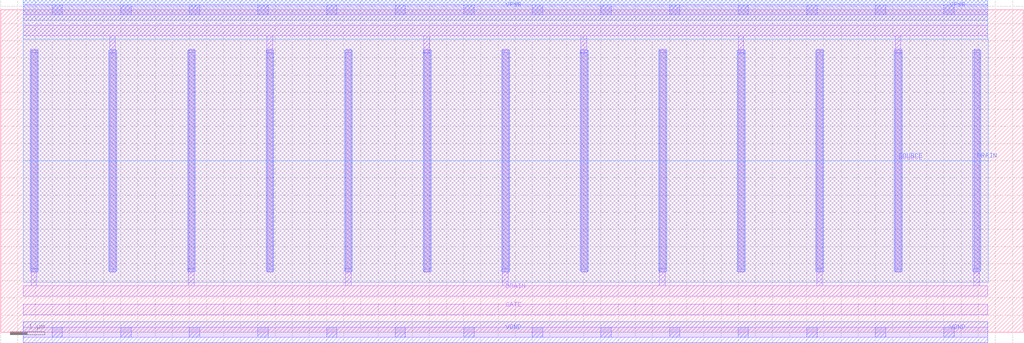
<source format=lef>
VERSION 5.7 ;
  NOWIREEXTENSIONATPIN ON ;
  DIVIDERCHAR "/" ;
  BUSBITCHARS "[]" ;
MACRO sky130_asc_pfet_01v8_lvt_12
  CLASS CORE ;
  FOREIGN sky130_asc_pfet_01v8_lvt_12 ;
  ORIGIN 0.000 0.000 ;
  SIZE 29.815 BY 9.400 ;
  SITE unitasc ;
  PIN GATE
    DIRECTION INOUT ;
    USE SIGNAL ;
    ANTENNAGATEAREA 154.800003 ;
    PORT
      LAYER li1 ;
        RECT 0.650 0.510 28.780 0.810 ;
    END
  END GATE
  PIN SOURCE
    DIRECTION INOUT ;
    USE SIGNAL ;
    ANTENNADIFFAREA 11.223000 ;
    PORT
      LAYER li1 ;
        RECT 0.650 8.650 28.780 8.950 ;
        RECT 3.175 8.245 3.345 8.650 ;
        RECT 7.755 8.245 7.925 8.650 ;
        RECT 12.335 8.245 12.505 8.650 ;
        RECT 16.915 8.245 17.085 8.650 ;
        RECT 21.495 8.245 21.665 8.650 ;
        RECT 26.075 8.245 26.245 8.650 ;
        RECT 3.175 8.130 3.355 8.245 ;
        RECT 7.755 8.130 7.935 8.245 ;
        RECT 12.335 8.130 12.515 8.245 ;
        RECT 16.915 8.130 17.095 8.245 ;
        RECT 21.495 8.130 21.675 8.245 ;
        RECT 26.075 8.130 26.255 8.245 ;
        RECT 3.185 1.755 3.355 8.130 ;
        RECT 7.765 1.755 7.935 8.130 ;
        RECT 12.345 1.755 12.515 8.130 ;
        RECT 16.925 1.755 17.095 8.130 ;
        RECT 21.505 1.755 21.675 8.130 ;
        RECT 26.085 1.755 26.255 8.130 ;
      LAYER mcon ;
        RECT 3.185 1.835 3.355 8.165 ;
        RECT 7.765 1.835 7.935 8.165 ;
        RECT 12.345 1.835 12.515 8.165 ;
        RECT 16.925 1.835 17.095 8.165 ;
        RECT 21.505 1.835 21.675 8.165 ;
        RECT 26.085 1.835 26.255 8.165 ;
      LAYER met1 ;
        RECT 3.155 1.775 3.385 8.225 ;
        RECT 7.735 1.775 7.965 8.225 ;
        RECT 12.315 1.775 12.545 8.225 ;
        RECT 16.895 1.775 17.125 8.225 ;
        RECT 21.475 1.775 21.705 8.225 ;
        RECT 26.055 1.775 26.285 8.225 ;
    END
  END SOURCE
  PIN DRAIN
    DIRECTION INOUT ;
    USE SIGNAL ;
    ANTENNADIFFAREA 13.093500 ;
    PORT
      LAYER li1 ;
        RECT 0.895 1.860 1.065 8.245 ;
        RECT 5.475 1.860 5.645 8.245 ;
        RECT 10.055 1.860 10.225 8.245 ;
        RECT 14.635 1.860 14.805 8.245 ;
        RECT 19.215 1.860 19.385 8.245 ;
        RECT 23.795 1.860 23.965 8.245 ;
        RECT 28.375 1.860 28.545 8.245 ;
        RECT 0.885 1.755 1.065 1.860 ;
        RECT 5.465 1.755 5.645 1.860 ;
        RECT 10.045 1.755 10.225 1.860 ;
        RECT 14.625 1.755 14.805 1.860 ;
        RECT 19.205 1.755 19.385 1.860 ;
        RECT 23.785 1.755 23.965 1.860 ;
        RECT 28.365 1.755 28.545 1.860 ;
        RECT 0.885 1.350 1.055 1.755 ;
        RECT 5.465 1.350 5.635 1.755 ;
        RECT 10.045 1.350 10.215 1.755 ;
        RECT 14.625 1.350 14.795 1.755 ;
        RECT 19.205 1.350 19.375 1.755 ;
        RECT 23.785 1.350 23.955 1.755 ;
        RECT 28.365 1.350 28.535 1.755 ;
        RECT 0.650 1.050 28.780 1.350 ;
      LAYER mcon ;
        RECT 0.895 1.835 1.065 8.165 ;
        RECT 5.475 1.835 5.645 8.165 ;
        RECT 10.055 1.835 10.225 8.165 ;
        RECT 14.635 1.835 14.805 8.165 ;
        RECT 19.215 1.835 19.385 8.165 ;
        RECT 23.795 1.835 23.965 8.165 ;
        RECT 28.375 1.835 28.545 8.165 ;
      LAYER met1 ;
        RECT 0.865 1.775 1.095 8.225 ;
        RECT 5.445 1.775 5.675 8.225 ;
        RECT 10.025 1.775 10.255 8.225 ;
        RECT 14.605 1.775 14.835 8.225 ;
        RECT 19.185 1.775 19.415 8.225 ;
        RECT 23.765 1.775 23.995 8.225 ;
        RECT 28.345 1.775 28.575 8.225 ;
    END
  END DRAIN
  PIN VPWR
    DIRECTION INOUT ;
    USE POWER ;
    PORT
      LAYER li1 ;
        RECT 0.650 9.250 28.780 9.550 ;
      LAYER mcon ;
        RECT 1.500 9.250 1.800 9.550 ;
        RECT 3.500 9.250 3.800 9.550 ;
        RECT 5.500 9.250 5.800 9.550 ;
        RECT 7.500 9.250 7.800 9.550 ;
        RECT 9.500 9.250 9.800 9.550 ;
        RECT 11.500 9.250 11.800 9.550 ;
        RECT 13.500 9.250 13.800 9.550 ;
        RECT 15.500 9.250 15.800 9.550 ;
        RECT 17.500 9.250 17.800 9.550 ;
        RECT 19.500 9.250 19.800 9.550 ;
        RECT 21.500 9.250 21.800 9.550 ;
        RECT 23.500 9.250 23.800 9.550 ;
        RECT 25.500 9.250 25.800 9.550 ;
        RECT 27.500 9.250 27.800 9.550 ;
      LAYER met1 ;
        RECT 0.650 9.100 28.780 9.700 ;
    END
  END VPWR
  PIN VGND
    DIRECTION INOUT ;
    USE GROUND ;
    PORT
      LAYER li1 ;
        RECT 0.650 -0.150 28.780 0.150 ;
      LAYER mcon ;
        RECT 1.500 -0.150 1.800 0.150 ;
        RECT 3.500 -0.150 3.800 0.150 ;
        RECT 5.500 -0.150 5.800 0.150 ;
        RECT 7.500 -0.150 7.800 0.150 ;
        RECT 9.500 -0.150 9.800 0.150 ;
        RECT 11.500 -0.150 11.800 0.150 ;
        RECT 13.500 -0.150 13.800 0.150 ;
        RECT 15.500 -0.150 15.800 0.150 ;
        RECT 17.500 -0.150 17.800 0.150 ;
        RECT 19.500 -0.150 19.800 0.150 ;
        RECT 21.500 -0.150 21.800 0.150 ;
        RECT 23.500 -0.150 23.800 0.150 ;
        RECT 25.500 -0.150 25.800 0.150 ;
        RECT 27.500 -0.150 27.800 0.150 ;
      LAYER met1 ;
        RECT 0.650 -0.300 28.780 0.300 ;
    END
  END VGND
  OBS
      LAYER nwell ;
        RECT 0.650 8.535 28.780 9.700 ;
        RECT 0.650 5.000 28.785 8.535 ;
        RECT 0.655 1.465 28.785 5.000 ;
  END
END sky130_asc_pfet_01v8_lvt_12
END LIBRARY


</source>
